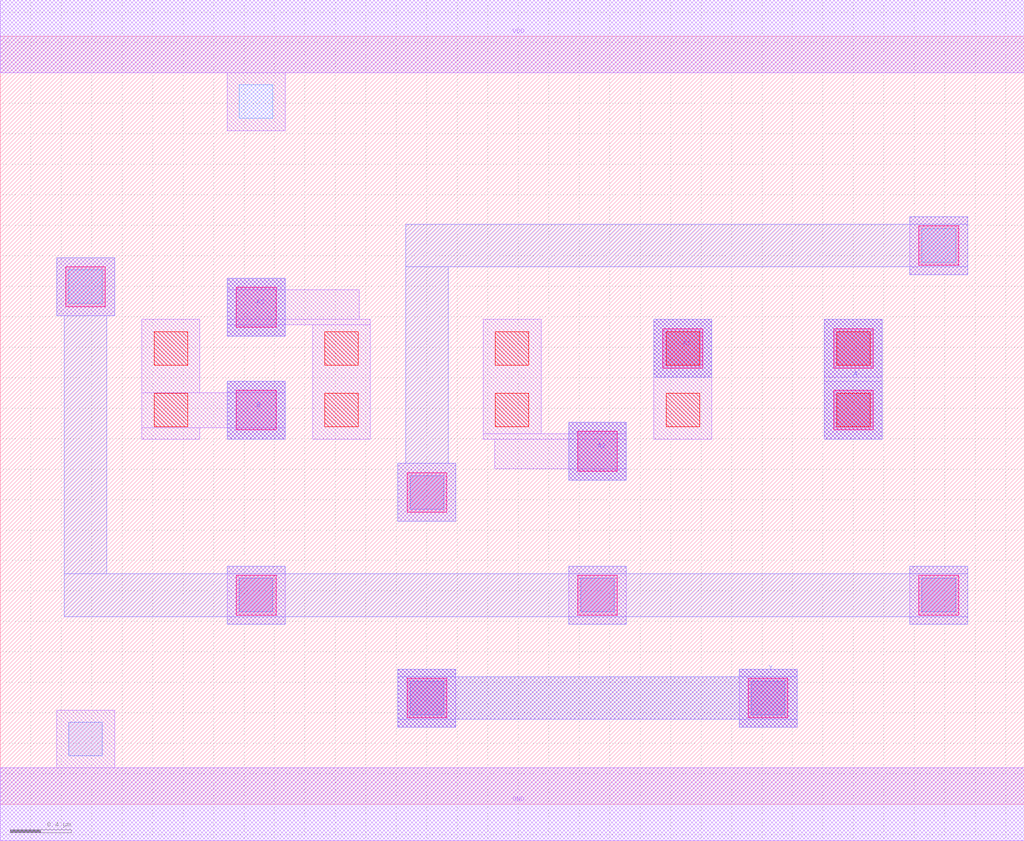
<source format=lef>
MACRO OAI41
 CLASS CORE ;
 FOREIGN OAI41 0 0 ;
 SIZE 6.72 BY 5.04 ;
 ORIGIN 0 0 ;
 SYMMETRY X Y R90 ;
 SITE unit ;
  PIN VDD
   DIRECTION INOUT ;
   USE POWER ;
   SHAPE ABUTMENT ;
    PORT
     CLASS CORE ;
       LAYER met1 ;
        RECT 0.00000000 4.80000000 6.72000000 5.28000000 ;
    END
  END VDD

  PIN GND
   DIRECTION INOUT ;
   USE POWER ;
   SHAPE ABUTMENT ;
    PORT
     CLASS CORE ;
       LAYER met1 ;
        RECT 0.00000000 -0.24000000 6.72000000 0.24000000 ;
    END
  END GND

  PIN Y
   DIRECTION INOUT ;
   USE SIGNAL ;
   SHAPE ABUTMENT ;
    PORT
     CLASS CORE ;
       LAYER met2 ;
        RECT 2.61000000 0.50700000 2.99000000 0.55700000 ;
        RECT 4.85000000 0.50700000 5.23000000 0.55700000 ;
        RECT 2.61000000 0.55700000 5.23000000 0.83700000 ;
        RECT 2.61000000 0.83700000 2.99000000 0.88700000 ;
        RECT 4.85000000 0.83700000 5.23000000 0.88700000 ;
    END
  END Y

  PIN A1
   DIRECTION INOUT ;
   USE SIGNAL ;
   SHAPE ABUTMENT ;
    PORT
     CLASS CORE ;
       LAYER met2 ;
        RECT 4.29000000 2.80200000 4.67000000 3.18200000 ;
    END
  END A1

  PIN B
   DIRECTION INOUT ;
   USE SIGNAL ;
   SHAPE ABUTMENT ;
    PORT
     CLASS CORE ;
       LAYER met2 ;
        RECT 1.49000000 2.39700000 1.87000000 2.77700000 ;
    END
  END B

  PIN A3
   DIRECTION INOUT ;
   USE SIGNAL ;
   SHAPE ABUTMENT ;
    PORT
     CLASS CORE ;
       LAYER met2 ;
        RECT 1.49000000 3.07200000 1.87000000 3.45200000 ;
    END
  END A3

  PIN A
   DIRECTION INOUT ;
   USE SIGNAL ;
   SHAPE ABUTMENT ;
    PORT
     CLASS CORE ;
       LAYER met2 ;
        RECT 5.41000000 2.39700000 5.79000000 3.18200000 ;
    END
  END A

  PIN A2
   DIRECTION INOUT ;
   USE SIGNAL ;
   SHAPE ABUTMENT ;
    PORT
     CLASS CORE ;
       LAYER met2 ;
        RECT 3.73000000 2.12700000 4.11000000 2.50700000 ;
    END
  END A2

 OBS
    LAYER polycont ;
     RECT 1.01000000 2.47700000 1.23000000 2.69700000 ;
     RECT 2.13000000 2.47700000 2.35000000 2.69700000 ;
     RECT 3.25000000 2.47700000 3.47000000 2.69700000 ;
     RECT 4.37000000 2.47700000 4.59000000 2.69700000 ;
     RECT 5.49000000 2.47700000 5.71000000 2.69700000 ;
     RECT 1.01000000 2.88200000 1.23000000 3.10200000 ;
     RECT 2.13000000 2.88200000 2.35000000 3.10200000 ;
     RECT 3.25000000 2.88200000 3.47000000 3.10200000 ;
     RECT 4.37000000 2.88200000 4.59000000 3.10200000 ;
     RECT 5.49000000 2.88200000 5.71000000 3.10200000 ;

    LAYER pdiffc ;
     RECT 0.45000000 3.28700000 0.67000000 3.50700000 ;
     RECT 6.05000000 3.55700000 6.27000000 3.77700000 ;
     RECT 1.57000000 4.50200000 1.79000000 4.72200000 ;

    LAYER ndiffc ;
     RECT 0.45000000 0.31700000 0.67000000 0.53700000 ;
     RECT 2.69000000 0.58700000 2.91000000 0.80700000 ;
     RECT 4.93000000 0.58700000 5.15000000 0.80700000 ;
     RECT 1.57000000 1.26200000 1.79000000 1.48200000 ;
     RECT 3.81000000 1.26200000 4.03000000 1.48200000 ;
     RECT 6.05000000 1.26200000 6.27000000 1.48200000 ;
     RECT 2.69000000 1.93700000 2.91000000 2.15700000 ;

    LAYER met1 ;
     RECT 0.00000000 -0.24000000 6.72000000 0.24000000 ;
     RECT 0.37000000 0.24000000 0.75000000 0.61700000 ;
     RECT 2.61000000 0.50700000 2.99000000 0.88700000 ;
     RECT 4.85000000 0.50700000 5.23000000 0.88700000 ;
     RECT 1.49000000 1.18200000 1.87000000 1.56200000 ;
     RECT 3.73000000 1.18200000 4.11000000 1.56200000 ;
     RECT 5.97000000 1.18200000 6.35000000 1.56200000 ;
     RECT 2.61000000 1.85700000 2.99000000 2.23700000 ;
     RECT 5.41000000 2.39700000 5.79000000 2.77700000 ;
     RECT 0.93000000 2.39700000 1.31000000 2.47200000 ;
     RECT 1.49000000 2.39700000 1.87000000 2.47200000 ;
     RECT 0.93000000 2.47200000 1.87000000 2.70200000 ;
     RECT 1.49000000 2.70200000 1.87000000 2.77700000 ;
     RECT 0.93000000 2.70200000 1.31000000 3.18200000 ;
     RECT 3.73000000 2.12700000 4.11000000 2.20200000 ;
     RECT 3.24500000 2.20200000 4.11000000 2.39700000 ;
     RECT 3.17000000 2.39700000 4.11000000 2.43200000 ;
     RECT 3.73000000 2.43200000 4.11000000 2.50700000 ;
     RECT 3.17000000 2.43200000 3.55000000 3.18200000 ;
     RECT 4.29000000 2.39700000 4.67000000 3.18200000 ;
     RECT 5.41000000 2.80200000 5.79000000 3.18200000 ;
     RECT 1.49000000 3.07200000 1.87000000 3.14700000 ;
     RECT 2.05000000 2.39700000 2.43000000 3.14700000 ;
     RECT 1.49000000 3.14700000 2.43000000 3.18200000 ;
     RECT 1.49000000 3.18200000 2.35500000 3.37700000 ;
     RECT 1.49000000 3.37700000 1.87000000 3.45200000 ;
     RECT 0.37000000 3.20700000 0.75000000 3.58700000 ;
     RECT 5.97000000 3.47700000 6.35000000 3.85700000 ;
     RECT 1.49000000 4.42200000 1.87000000 4.80000000 ;
     RECT 0.00000000 4.80000000 6.72000000 5.28000000 ;

    LAYER via1 ;
     RECT 2.67000000 0.56700000 2.93000000 0.82700000 ;
     RECT 4.91000000 0.56700000 5.17000000 0.82700000 ;
     RECT 1.55000000 1.24200000 1.81000000 1.50200000 ;
     RECT 3.79000000 1.24200000 4.05000000 1.50200000 ;
     RECT 6.03000000 1.24200000 6.29000000 1.50200000 ;
     RECT 2.67000000 1.91700000 2.93000000 2.17700000 ;
     RECT 3.79000000 2.18700000 4.05000000 2.44700000 ;
     RECT 1.55000000 2.45700000 1.81000000 2.71700000 ;
     RECT 5.47000000 2.45700000 5.73000000 2.71700000 ;
     RECT 4.35000000 2.86200000 4.61000000 3.12200000 ;
     RECT 5.47000000 2.86200000 5.73000000 3.12200000 ;
     RECT 1.55000000 3.13200000 1.81000000 3.39200000 ;
     RECT 0.43000000 3.26700000 0.69000000 3.52700000 ;
     RECT 6.03000000 3.53700000 6.29000000 3.79700000 ;

    LAYER met2 ;
     RECT 2.61000000 0.50700000 2.99000000 0.55700000 ;
     RECT 4.85000000 0.50700000 5.23000000 0.55700000 ;
     RECT 2.61000000 0.55700000 5.23000000 0.83700000 ;
     RECT 2.61000000 0.83700000 2.99000000 0.88700000 ;
     RECT 4.85000000 0.83700000 5.23000000 0.88700000 ;
     RECT 3.73000000 2.12700000 4.11000000 2.50700000 ;
     RECT 1.49000000 2.39700000 1.87000000 2.77700000 ;
     RECT 4.29000000 2.80200000 4.67000000 3.18200000 ;
     RECT 5.41000000 2.39700000 5.79000000 3.18200000 ;
     RECT 1.49000000 3.07200000 1.87000000 3.45200000 ;
     RECT 1.49000000 1.18200000 1.87000000 1.23200000 ;
     RECT 3.73000000 1.18200000 4.11000000 1.23200000 ;
     RECT 5.97000000 1.18200000 6.35000000 1.23200000 ;
     RECT 0.42000000 1.23200000 6.35000000 1.51200000 ;
     RECT 1.49000000 1.51200000 1.87000000 1.56200000 ;
     RECT 3.73000000 1.51200000 4.11000000 1.56200000 ;
     RECT 5.97000000 1.51200000 6.35000000 1.56200000 ;
     RECT 0.42000000 1.51200000 0.70000000 3.20700000 ;
     RECT 0.37000000 3.20700000 0.75000000 3.58700000 ;
     RECT 2.61000000 1.85700000 2.99000000 2.23700000 ;
     RECT 2.66000000 2.23700000 2.94000000 3.52700000 ;
     RECT 5.97000000 3.47700000 6.35000000 3.52700000 ;
     RECT 2.66000000 3.52700000 6.35000000 3.80700000 ;
     RECT 5.97000000 3.80700000 6.35000000 3.85700000 ;

 END
END OAI41

</source>
